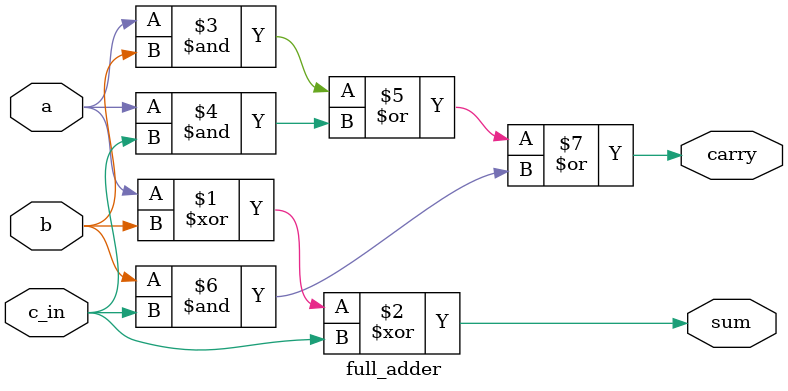
<source format=sv>
module top_module (
	input [3:0] x,
	input [3:0] y,
	output [4:0] sum
);

   wire [3:0] carry; // define a 4-bit wire for the carry

   // instantiate full adder modules for each bit
   full_adder fa0(.a(x[0]), .b(y[0]), .c_in(1'b0), .sum(sum[0]), .carry(carry[0]));
   full_adder fa1(.a(x[1]), .b(y[1]), .c_in(carry[0]), .sum(sum[1]), .carry(carry[1]));
   full_adder fa2(.a(x[2]), .b(y[2]), .c_in(carry[1]), .sum(sum[2]), .carry(carry[2]));
   full_adder fa3(.a(x[3]), .b(y[3]), .c_in(carry[2]), .sum(sum[3]), .carry(carry[3]));
   
   // assign overflow bit as carry out from the most significant bit
   assign sum[4] = carry[3];
endmodule
module full_adder (
   input a,
   input b,
   input c_in,
   output sum,
   output carry
);
   
   // XOR gate for sum
   assign sum = a ^ b ^ c_in;
   
   // generate carry using AND and OR gates
   assign carry = (a & b) | (a & c_in) | (b & c_in);
   
endmodule

</source>
